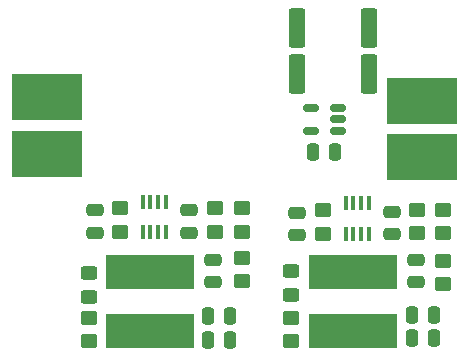
<source format=gtp>
G04 #@! TF.GenerationSoftware,KiCad,Pcbnew,7.0.1*
G04 #@! TF.CreationDate,2023-08-31T02:32:27+03:00*
G04 #@! TF.ProjectId,miranda-pdb,6d697261-6e64-4612-9d70-64622e6b6963,rev?*
G04 #@! TF.SameCoordinates,Original*
G04 #@! TF.FileFunction,Paste,Top*
G04 #@! TF.FilePolarity,Positive*
%FSLAX46Y46*%
G04 Gerber Fmt 4.6, Leading zero omitted, Abs format (unit mm)*
G04 Created by KiCad (PCBNEW 7.0.1) date 2023-08-31 02:32:27*
%MOMM*%
%LPD*%
G01*
G04 APERTURE LIST*
G04 Aperture macros list*
%AMRoundRect*
0 Rectangle with rounded corners*
0 $1 Rounding radius*
0 $2 $3 $4 $5 $6 $7 $8 $9 X,Y pos of 4 corners*
0 Add a 4 corners polygon primitive as box body*
4,1,4,$2,$3,$4,$5,$6,$7,$8,$9,$2,$3,0*
0 Add four circle primitives for the rounded corners*
1,1,$1+$1,$2,$3*
1,1,$1+$1,$4,$5*
1,1,$1+$1,$6,$7*
1,1,$1+$1,$8,$9*
0 Add four rect primitives between the rounded corners*
20,1,$1+$1,$2,$3,$4,$5,0*
20,1,$1+$1,$4,$5,$6,$7,0*
20,1,$1+$1,$6,$7,$8,$9,0*
20,1,$1+$1,$8,$9,$2,$3,0*%
G04 Aperture macros list end*
%ADD10R,6.000000X4.000000*%
%ADD11RoundRect,0.250000X0.250000X0.475000X-0.250000X0.475000X-0.250000X-0.475000X0.250000X-0.475000X0*%
%ADD12RoundRect,0.250000X-0.475000X0.250000X-0.475000X-0.250000X0.475000X-0.250000X0.475000X0.250000X0*%
%ADD13RoundRect,0.250000X0.475000X-0.250000X0.475000X0.250000X-0.475000X0.250000X-0.475000X-0.250000X0*%
%ADD14R,0.450000X1.150000*%
%ADD15RoundRect,0.250000X-0.450000X0.325000X-0.450000X-0.325000X0.450000X-0.325000X0.450000X0.325000X0*%
%ADD16RoundRect,0.250000X0.450000X-0.350000X0.450000X0.350000X-0.450000X0.350000X-0.450000X-0.350000X0*%
%ADD17RoundRect,0.249999X0.450001X1.425001X-0.450001X1.425001X-0.450001X-1.425001X0.450001X-1.425001X0*%
%ADD18RoundRect,0.250000X-0.450000X0.350000X-0.450000X-0.350000X0.450000X-0.350000X0.450000X0.350000X0*%
%ADD19R,7.500000X3.000000*%
%ADD20RoundRect,0.150000X0.512500X0.150000X-0.512500X0.150000X-0.512500X-0.150000X0.512500X-0.150000X0*%
G04 APERTURE END LIST*
D10*
X83058000Y-109791200D03*
X83058000Y-104991200D03*
X114858800Y-105296000D03*
X114858800Y-110096000D03*
D11*
X115884999Y-123407801D03*
X113984999Y-123407801D03*
X113984999Y-125425200D03*
X115884999Y-125425200D03*
D12*
X104267000Y-114776801D03*
X104267000Y-116676801D03*
X87147400Y-114583801D03*
X87147400Y-116483801D03*
D11*
X98613000Y-123534800D03*
X96713000Y-123534800D03*
X98613000Y-125526800D03*
X96713000Y-125526800D03*
X107477600Y-109677200D03*
X105577600Y-109677200D03*
D13*
X114300000Y-120674801D03*
X114300000Y-118774801D03*
X112268000Y-116610801D03*
X112268000Y-114710801D03*
X95123000Y-116483801D03*
X95123000Y-114583801D03*
X97154999Y-120674801D03*
X97154999Y-118774801D03*
D14*
X108372000Y-116579800D03*
X109022000Y-116579800D03*
X109672000Y-116579800D03*
X110322000Y-116579800D03*
X110322000Y-113979800D03*
X109672000Y-113979800D03*
X109022000Y-113979800D03*
X108372000Y-113979800D03*
X91201600Y-116452800D03*
X91851600Y-116452800D03*
X92501600Y-116452800D03*
X93151600Y-116452800D03*
X93151600Y-113852800D03*
X92501600Y-113852800D03*
X91851600Y-113852800D03*
X91201600Y-113852800D03*
D15*
X103759000Y-121765801D03*
X103759000Y-119715801D03*
D16*
X116586000Y-120851800D03*
X116586000Y-118851800D03*
X86614000Y-125677800D03*
X86614000Y-123677800D03*
X99567999Y-118597801D03*
X99567999Y-120597801D03*
D17*
X110390400Y-103073200D03*
X104290400Y-103073200D03*
D18*
X114427000Y-114533801D03*
X114427000Y-116533801D03*
D17*
X110390400Y-99161600D03*
X104290400Y-99161600D03*
D16*
X103758999Y-123677801D03*
X103758999Y-125677801D03*
X116586000Y-116533800D03*
X116586000Y-114533800D03*
D15*
X86614000Y-121929000D03*
X86614000Y-119879000D03*
D19*
X91821000Y-119764801D03*
X91821000Y-124764801D03*
D20*
X107715900Y-107833200D03*
X107715900Y-106883200D03*
X107715900Y-105933200D03*
X105440900Y-105933200D03*
X105440900Y-107833200D03*
D18*
X97282000Y-114406801D03*
X97282000Y-116406801D03*
X89280999Y-114406801D03*
X89280999Y-116406801D03*
X106425998Y-114549801D03*
X106425998Y-116549801D03*
D16*
X99568000Y-114406801D03*
X99568000Y-116406801D03*
D19*
X108966000Y-119764800D03*
X108966000Y-124764800D03*
M02*

</source>
